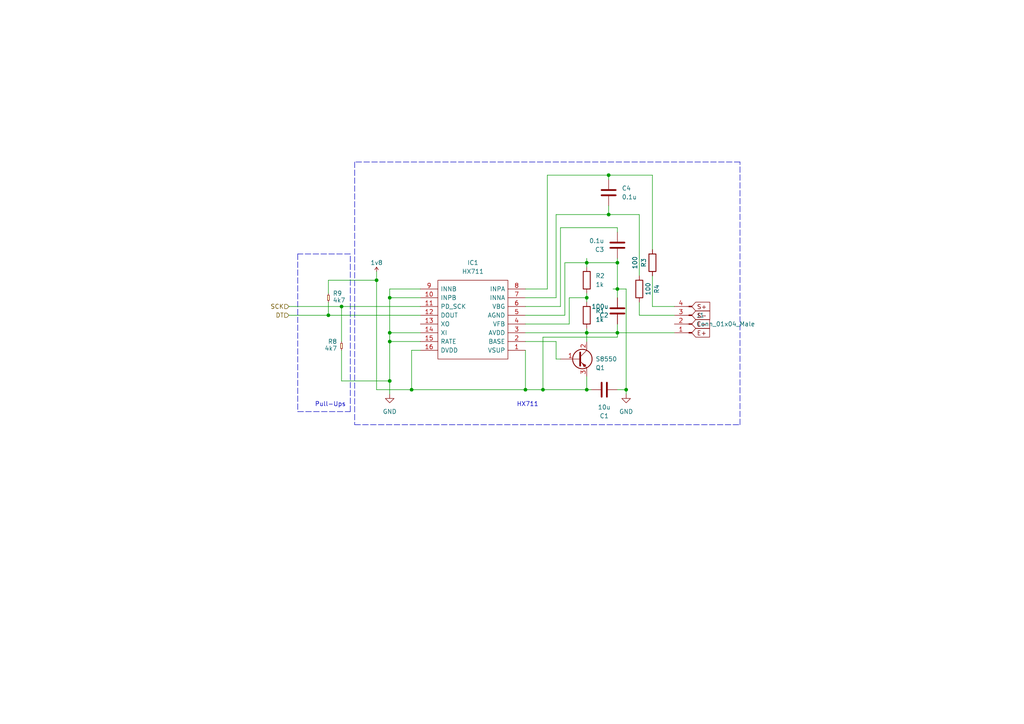
<source format=kicad_sch>
(kicad_sch (version 20211123) (generator eeschema)
  (paper "A4")
  (title_block (title "PROJECT ROYALE INSTRUMENTATION") (date "2021-11-26") (rev "2.1") (company "Cambridge University Spaceflight") (comment 1 "Drawn By Henry Franks"))
  (lib_symbols
    (symbol "Connector:Conn_01x04_Male" (pin_names (offset 1.016) hide)
      (property "Reference" "J" (at 0 5.08 0))
      (property "Value" "Conn_01x04_Male" (at 0 -7.62 0))
      (symbol "Conn_01x04_Male_1_1"
        (polyline (pts (xy 1.27 -5.08) (xy 0.8636 -5.08)) (stroke (width 0.1524)))
        (polyline (pts (xy 1.27 -2.54) (xy 0.8636 -2.54)) (stroke (width 0.1524)))
        (polyline (pts (xy 1.27 0) (xy 0.8636 0)) (stroke (width 0.1524)))
        (polyline (pts (xy 1.27 2.54) (xy 0.8636 2.54)) (stroke (width 0.1524)))
        (rectangle (start 0.8636 -4.953) (end 0 -5.207) (stroke (width 0.1524)) (fill (type outline)))
        (rectangle (start 0.8636 -2.413) (end 0 -2.667) (stroke (width 0.1524)) (fill (type outline)))
        (rectangle (start 0.8636 0.127) (end 0 -0.127) (stroke (width 0.1524)) (fill (type outline)))
        (rectangle (start 0.8636 2.667) (end 0 2.413) (stroke (width 0.1524)) (fill (type outline)))
        (pin passive line (at 5.08 2.54 180) (length 3.81) (name "Pin_1") (number "1"))
        (pin passive line (at 5.08 0 180) (length 3.81) (name "Pin_2") (number "2"))
        (pin passive line (at 5.08 -2.54 180) (length 3.81) (name "Pin_3") (number "3"))
        (pin passive line (at 5.08 -5.08 180) (length 3.81) (name "Pin_4") (number "4"))
      )
    )
    (symbol "Device:C" (pin_numbers hide) (pin_names (offset 0.254))
      (property "Reference" "C" (at 0.635 2.54 0))
      (property "Value" "C" (at 0.635 -2.54 0))
      (symbol "C_0_1"
        (polyline (pts (xy -2.032 -0.762) (xy 2.032 -0.762)) (stroke (width 0.508)))
        (polyline (pts (xy -2.032 0.762) (xy 2.032 0.762)) (stroke (width 0.508)))
      )
      (symbol "C_1_1"
        (pin passive line (at 0 3.81 270) (length 2.794) (name "~") (number "1"))
        (pin passive line (at 0 -3.81 90) (length 2.794) (name "~") (number "2"))
      )
    )
    (symbol "Device:Q_PNP_BCE" (pin_names (offset 0) hide)
      (property "Reference" "Q" (at 5.08 1.27 0))
      (property "Value" "Q_PNP_BCE" (at 5.08 -1.27 0))
      (symbol "Q_PNP_BCE_0_1"
        (polyline (pts (xy 0.635 0.635) (xy 2.54 2.54)))
        (polyline (pts (xy 0.635 -0.635) (xy 2.54 -2.54) (xy 2.54 -2.54)))
        (polyline (pts (xy 0.635 1.905) (xy 0.635 -1.905) (xy 0.635 -1.905)) (stroke (width 0.508)))
        (polyline (pts (xy 2.286 -1.778) (xy 1.778 -2.286) (xy 1.27 -1.27) (xy 2.286 -1.778) (xy 2.286 -1.778)) (fill (type outline)))
        (circle (center 1.27 0) (radius 2.8194) (stroke (width 0.254)))
      )
      (symbol "Q_PNP_BCE_1_1"
        (pin input line (at -5.08 0 0) (length 5.715) (name "B") (number "1"))
        (pin passive line (at 2.54 5.08 270) (length 2.54) (name "C") (number "2"))
        (pin passive line (at 2.54 -5.08 90) (length 2.54) (name "E") (number "3"))
      )
    )
    (symbol "Device:R" (pin_numbers hide) (pin_names (offset 0))
      (property "Reference" "R" (at 2.032 0 90))
      (property "Value" "R" (at 0 0 90))
      (symbol "R_0_1"
        (rectangle (start -1.016 -2.54) (end 1.016 2.54) (stroke (width 0.254)))
      )
      (symbol "R_1_1"
        (pin passive line (at 0 3.81 270) (length 1.27) (name "~") (number "1"))
        (pin passive line (at 0 -3.81 90) (length 1.27) (name "~") (number "2"))
      )
    )
    (symbol "power:GND" (power) (pin_names (offset 0))
      (property "Value" "GND" (at 0 -3.81 0))
      (symbol "GND_0_1"
        (polyline (pts (xy 0 0) (xy 0 -1.27) (xy 1.27 -1.27) (xy 0 -2.54) (xy -1.27 -1.27) (xy 0 -1.27)))
      )
      (symbol "GND_1_1"
        (pin power_in line (at 0 0 270) (length 0) hide (name "GND") (number "1"))
      )
    )
    (symbol "royale:5v" (power) (pin_numbers hide) (pin_names (offset 1.016) hide)
      (property "Value" "5v" (at 0 2.286 0))
      (symbol "5v_0_1"
        (polyline (pts (xy 0 1.27) (xy 0.508 0.508)))
        (polyline (pts (xy 0 0) (xy 0 1.27) (xy -0.508 0.508)))
      )
      (symbol "5v_1_1"
        (pin power_in line (at 0 0 180) (length 0) hide (name "1v8") (number "1"))
      )
    )
    (symbol "royale:HX711" (pin_names (offset 0.762))
      (property "Reference" "IC" (at 26.67 7.62 0))
      (property "Value" "HX711" (at 26.67 5.08 0))
      (symbol "HX711_0_0"
        (pin passive line (at 0 0 0) (length 5.08) (name "VSUP") (number "1"))
        (pin passive line (at 30.48 -15.24 180) (length 5.08) (name "INPB") (number "10"))
        (pin passive line (at 30.48 -12.7 180) (length 5.08) (name "PD_SCK") (number "11"))
        (pin passive line (at 30.48 -10.16 180) (length 5.08) (name "DOUT") (number "12"))
        (pin passive line (at 30.48 -7.62 180) (length 5.08) (name "XO") (number "13"))
        (pin passive line (at 30.48 -5.08 180) (length 5.08) (name "XI") (number "14"))
        (pin passive line (at 30.48 -2.54 180) (length 5.08) (name "RATE") (number "15"))
        (pin passive line (at 30.48 0 180) (length 5.08) (name "DVDD") (number "16"))
        (pin passive line (at 0 -2.54 0) (length 5.08) (name "BASE") (number "2"))
        (pin passive line (at 0 -5.08 0) (length 5.08) (name "AVDD") (number "3"))
        (pin passive line (at 0 -7.62 0) (length 5.08) (name "VFB") (number "4"))
        (pin passive line (at 0 -10.16 0) (length 5.08) (name "AGND") (number "5"))
        (pin passive line (at 0 -12.7 0) (length 5.08) (name "VBG") (number "6"))
        (pin passive line (at 0 -15.24 0) (length 5.08) (name "INNA") (number "7"))
        (pin passive line (at 0 -17.78 0) (length 5.08) (name "INPA") (number "8"))
        (pin passive line (at 30.48 -17.78 180) (length 5.08) (name "INNB") (number "9"))
      )
      (symbol "HX711_0_1"
        (polyline (pts (xy 5.08 2.54) (xy 25.4 2.54) (xy 25.4 -20.32) (xy 5.08 -20.32) (xy 5.08 2.54)) (stroke (width 0.1524)))
      )
    )
    (symbol "royale:R" (pin_numbers hide) (pin_names (offset 1.016) hide)
      (property "Reference" "R" (at 1.27 1.27 0))
      (property "Value" "R" (at 1.27 -1.27 0))
      (symbol "R_0_1"
        (rectangle (start 0.508 0.254) (end 2.032 -0.254) (fill (type background)))
      )
      (symbol "R_1_1"
        (pin passive line (at 0 0 0) (length 0.508) (name "~") (number "1"))
        (pin passive line (at 2.54 0 180) (length 0.508) (name "~") (number "2"))
      )
    )
  )
  (junction (at 176.53 50.8))
  (junction (at 113.03 96.52))
  (junction (at 119.38 113.03))
  (junction (at 170.18 96.52))
  (junction (at 113.03 110.49))
  (junction (at 95.25 91.44))
  (junction (at 179.07 83.82))
  (junction (at 152.4 113.03))
  (junction (at 170.18 113.03))
  (junction (at 179.07 76.2))
  (junction (at 99.06 88.9))
  (junction (at 109.22 81.28))
  (junction (at 170.18 76.2))
  (junction (at 113.03 99.06))
  (junction (at 176.53 62.23))
  (junction (at 157.48 113.03))
  (junction (at 179.07 96.52))
  (junction (at 181.61 113.03))
  (junction (at 170.18 86.36))
  (junction (at 113.03 86.36))
  (wire (pts (xy 158.75 83.82) (xy 152.4 83.82)))
  (wire (pts (xy 181.61 83.82) (xy 181.61 113.03)))
  (wire (pts (xy 162.56 104.14) (xy 161.29 104.14)))
  (wire (pts (xy 158.75 50.8) (xy 158.75 83.82)))
  (wire (pts (xy 176.53 50.8) (xy 158.75 50.8)))
  (wire (pts (xy 185.42 80.01) (xy 185.42 62.23)))
  (wire (pts (xy 170.18 86.36) (xy 170.18 87.63)))
  (wire (pts (xy 161.29 104.14) (xy 161.29 99.06)))
  (polyline (pts (xy 86.36 73.66) (xy 86.36 119.38)))
  (wire (pts (xy 170.18 86.36) (xy 165.1 86.36)))
  (wire (pts (xy 179.07 76.2) (xy 170.18 76.2)))
  (wire (pts (xy 99.06 88.9) (xy 99.06 99.06)))
  (wire (pts (xy 185.42 91.44) (xy 195.58 91.44)))
  (wire (pts (xy 179.07 97.79) (xy 157.48 97.79)))
  (wire (pts (xy 170.18 85.09) (xy 170.18 86.36)))
  (wire (pts (xy 113.03 86.36) (xy 113.03 83.82)))
  (wire (pts (xy 161.29 86.36) (xy 152.4 86.36)))
  (wire (pts (xy 95.25 91.44) (xy 121.92 91.44)))
  (wire (pts (xy 99.06 110.49) (xy 113.03 110.49)))
  (wire (pts (xy 179.07 96.52) (xy 179.07 93.98)))
  (wire (pts (xy 113.03 99.06) (xy 113.03 110.49)))
  (wire (pts (xy 185.42 62.23) (xy 176.53 62.23)))
  (wire (pts (xy 170.18 74.93) (xy 170.18 76.2)))
  (wire (pts (xy 95.25 81.28) (xy 109.22 81.28)))
  (polyline (pts (xy 86.36 119.38) (xy 101.6 119.38)))
  (wire (pts (xy 165.1 93.98) (xy 152.4 93.98)))
  (wire (pts (xy 179.07 86.36) (xy 179.07 83.82)))
  (polyline (pts (xy 214.63 123.19) (xy 214.63 46.99)))
  (wire (pts (xy 170.18 113.03) (xy 170.18 109.22)))
  (wire (pts (xy 170.18 99.06) (xy 170.18 96.52)))
  (wire (pts (xy 113.03 96.52) (xy 113.03 86.36)))
  (wire (pts (xy 189.23 88.9) (xy 195.58 88.9)))
  (wire (pts (xy 113.03 99.06) (xy 113.03 96.52)))
  (wire (pts (xy 179.07 83.82) (xy 179.07 76.2)))
  (wire (pts (xy 171.45 113.03) (xy 170.18 113.03)))
  (wire (pts (xy 161.29 62.23) (xy 161.29 86.36)))
  (wire (pts (xy 83.82 91.44) (xy 95.25 91.44)))
  (wire (pts (xy 99.06 101.6) (xy 99.06 110.49)))
  (wire (pts (xy 157.48 113.03) (xy 152.4 113.03)))
  (wire (pts (xy 162.56 66.04) (xy 162.56 88.9)))
  (wire (pts (xy 170.18 95.25) (xy 170.18 96.52)))
  (wire (pts (xy 163.83 91.44) (xy 152.4 91.44)))
  (wire (pts (xy 121.92 83.82) (xy 113.03 83.82)))
  (wire (pts (xy 109.22 78.74) (xy 109.22 81.28)))
  (wire (pts (xy 152.4 96.52) (xy 170.18 96.52)))
  (wire (pts (xy 119.38 101.6) (xy 119.38 113.03)))
  (wire (pts (xy 83.82 88.9) (xy 99.06 88.9)))
  (wire (pts (xy 181.61 113.03) (xy 179.07 113.03)))
  (polyline (pts (xy 101.6 119.38) (xy 101.6 73.66)))
  (polyline (pts (xy 102.87 123.19) (xy 214.63 123.19)))
  (wire (pts (xy 165.1 86.36) (xy 165.1 93.98)))
  (wire (pts (xy 189.23 50.8) (xy 176.53 50.8)))
  (wire (pts (xy 181.61 83.82) (xy 179.07 83.82)))
  (wire (pts (xy 95.25 81.28) (xy 95.25 85.09)))
  (wire (pts (xy 121.92 96.52) (xy 113.03 96.52)))
  (wire (pts (xy 179.07 96.52) (xy 179.07 97.79)))
  (wire (pts (xy 170.18 76.2) (xy 163.83 76.2)))
  (wire (pts (xy 121.92 86.36) (xy 113.03 86.36)))
  (wire (pts (xy 113.03 110.49) (xy 113.03 114.3)))
  (polyline (pts (xy 101.6 73.66) (xy 86.36 73.66)))
  (wire (pts (xy 162.56 88.9) (xy 152.4 88.9)))
  (wire (pts (xy 179.07 66.04) (xy 162.56 66.04)))
  (wire (pts (xy 176.53 62.23) (xy 176.53 59.69)))
  (wire (pts (xy 109.22 113.03) (xy 119.38 113.03)))
  (wire (pts (xy 179.07 96.52) (xy 195.58 96.52)))
  (wire (pts (xy 161.29 99.06) (xy 152.4 99.06)))
  (wire (pts (xy 179.07 67.31) (xy 179.07 66.04)))
  (polyline (pts (xy 102.87 46.99) (xy 102.87 123.19)))
  (wire (pts (xy 176.53 62.23) (xy 161.29 62.23)))
  (wire (pts (xy 121.92 101.6) (xy 119.38 101.6)))
  (wire (pts (xy 95.25 87.63) (xy 95.25 91.44)))
  (wire (pts (xy 176.53 52.07) (xy 176.53 50.8)))
  (wire (pts (xy 189.23 88.9) (xy 189.23 80.01)))
  (wire (pts (xy 121.92 99.06) (xy 113.03 99.06)))
  (wire (pts (xy 179.07 76.2) (xy 179.07 74.93)))
  (wire (pts (xy 179.07 83.82) (xy 177.8 83.82)))
  (wire (pts (xy 170.18 76.2) (xy 170.18 77.47)))
  (wire (pts (xy 189.23 72.39) (xy 189.23 50.8)))
  (wire (pts (xy 99.06 88.9) (xy 121.92 88.9)))
  (wire (pts (xy 170.18 113.03) (xy 157.48 113.03)))
  (wire (pts (xy 157.48 97.79) (xy 157.48 113.03)))
  (polyline (pts (xy 214.63 46.99) (xy 102.87 46.99)))
  (wire (pts (xy 179.07 96.52) (xy 170.18 96.52)))
  (wire (pts (xy 152.4 113.03) (xy 119.38 113.03)))
  (wire (pts (xy 152.4 113.03) (xy 152.4 101.6)))
  (wire (pts (xy 109.22 81.28) (xy 109.22 113.03)))
  (wire (pts (xy 181.61 114.3) (xy 181.61 113.03)))
  (wire (pts (xy 163.83 76.2) (xy 163.83 91.44)))
  (wire (pts (xy 185.42 91.44) (xy 185.42 87.63)))
  (text "HX711" (at 156.21 118.11 180) (effects (font (size 1.27 1.27)) (justify right bottom)))
  (text "Pull-Ups" (at 100.33 118.11 180) (effects (font (size 1.27 1.27)) (justify right bottom)))
  (global_label "E+" (shape input) (at 200.66 96.52 0) (property "Intersheet References" "${INTERSHEET_REFS}" (effects hide)))
  (global_label "S-" (shape input) (at 200.66 91.44 0) (property "Intersheet References" "${INTERSHEET_REFS}" (effects hide)))
  (global_label "E-" (shape input) (at 200.66 93.98 0) (property "Intersheet References" "${INTERSHEET_REFS}" (effects hide)))
  (global_label "S+" (shape input) (at 200.66 88.9 0) (property "Intersheet References" "${INTERSHEET_REFS}" (effects hide)))
  (hierarchical_label "SCK" (shape input) (at 83.82 88.9 180))
  (hierarchical_label "DT" (shape input) (at 83.82 91.44 180))
  (symbol (lib_id "royale:5v") (at 109.22 78.74 0) (unit 1)
    (property "Reference" "#PWR034" (effects hide))
    (property "Value" "5v" (at 109.22 76.2 0))
  )
  (symbol (lib_id "royale:R") (at 95.25 85.09 270) (unit 1)
    (property "Reference" "R9" (at 96.52 85.09 90) (effects (justify left)))
    (property "Value" "4k7" (at 96.52 86.36 90) (effects (justify left top)))
    (property "Footprint" "royale:R_0402_1005Metric_Pad0.72x0.64mm_HandSolder" (effects hide))
  )
  (symbol (lib_id "royale:R") (at 99.06 99.06 90) (mirror x) (unit 1)
    (property "Reference" "R8" (at 97.79 99.06 90) (effects (justify left)))
    (property "Value" "4k7" (at 97.79 100.33 90) (effects (justify left top)))
    (property "Footprint" "royale:R_0402_1005Metric_Pad0.72x0.64mm_HandSolder" (effects hide))
  )
  (symbol (lib_id "Device:C") (at 179.07 90.17 180) (unit 1)
    (property "Reference" "C2" (at 176.53 91.44 0) (effects (justify left)))
    (property "Value" "100u" (at 176.53 88.9 0) (effects (justify left)))
    (property "Footprint" "royale:C_0402_1005Metric_Pad0.74x0.62mm_HandSolder" (effects hide))
  )
  (symbol (lib_id "Device:C") (at 179.07 71.12 180) (unit 1)
    (property "Reference" "C3" (at 175.26 72.3901 0) (effects (justify left)))
    (property "Value" "0.1u" (at 175.26 69.8501 0) (effects (justify left)))
    (property "Footprint" "royale:C_0402_1005Metric_Pad0.74x0.62mm_HandSolder" (effects hide))
  )
  (symbol (lib_id "power:GND") (at 113.03 114.3 0) (unit 1)
    (property "Reference" "#PWR0101" (effects hide))
    (property "Value" "GND" (at 113.03 119.38 0))
  )
  (symbol (lib_id "Connector:Conn_01x04_Male") (at 200.66 93.98 180) (unit 1)
    (property "Reference" "J1" (at 201.93 91.4399 0) (effects (justify right)))
    (property "Value" "Conn_01x04_Male" (at 201.93 93.9799 0) (effects (justify right)))
  )
  (symbol (lib_id "power:GND") (at 181.61 114.3 0) (unit 1)
    (property "Reference" "#PWR0102" (effects hide))
    (property "Value" "GND" (at 181.61 119.38 0))
  )
  (symbol (lib_id "Device:R") (at 189.23 76.2 0) (unit 1)
    (property "Reference" "R3" (at 186.69 76.2 90))
    (property "Value" "100" (at 184.15 76.2 90))
    (property "Footprint" "royale:R_0402_1005Metric_Pad0.72x0.64mm_HandSolder" (effects hide))
  )
  (symbol (lib_id "royale:HX711") (at 152.4 101.6 180) (unit 1)
    (property "Reference" "IC1" (at 137.16 76.2 0))
    (property "Value" "HX711" (at 137.16 78.74 0))
    (property "Footprint" "hx711:SOIC127P600X160-16N" (effects hide))
    (property "Datasheet" "https://cdn.sparkfun.com/datasheets/Sensors/ForceFlex/hx711_english.pdf" (effects hide))
    (property "Description" "24-Bit Analog-to-Digital Converter (ADC) for Weigh Scale" (effects hide))
    (property "Height" "1.6" (effects hide))
    (property "Manufacturer_Name" "AVIA Semiconductor" (effects hide))
    (property "Manufacturer_Part_Number" "HX711" (effects hide))
  )
  (symbol (lib_id "Device:Q_PNP_BCE") (at 167.64 104.14 0) (unit 1)
    (property "Reference" "Q1" (at 172.72 106.68 0) (effects (justify left)))
    (property "Value" "S8550" (at 172.72 104.14 0) (effects (justify left)))
    (property "Footprint" "s8850:MJE13001TP" (effects hide))
  )
  (symbol (lib_id "Device:C") (at 176.53 55.88 180) (unit 1)
    (property "Reference" "C4" (at 180.34 54.6099 0) (effects (justify right)))
    (property "Value" "0.1u" (at 180.34 57.1499 0) (effects (justify right)))
    (property "Footprint" "royale:C_0402_1005Metric_Pad0.74x0.62mm_HandSolder" (effects hide))
  )
  (symbol (lib_id "Device:R") (at 170.18 91.44 180) (unit 1)
    (property "Reference" "R1" (at 172.72 90.1699 0) (effects (justify right)))
    (property "Value" "1k" (at 172.72 92.7099 0) (effects (justify right)))
    (property "Footprint" "royale:R_0402_1005Metric_Pad0.72x0.64mm_HandSolder" (effects hide))
  )
  (symbol (lib_id "Device:R") (at 170.18 81.28 180) (unit 1)
    (property "Reference" "R2" (at 172.72 80.0099 0) (effects (justify right)))
    (property "Value" "1k" (at 172.72 82.5499 0) (effects (justify right)))
    (property "Footprint" "royale:R_0402_1005Metric_Pad0.72x0.64mm_HandSolder" (effects hide))
  )
  (symbol (lib_id "Device:R") (at 185.42 83.82 0) (unit 1)
    (property "Reference" "R4" (at 190.5 83.82 90))
    (property "Value" "100" (at 187.96 83.82 90))
    (property "Footprint" "royale:R_0402_1005Metric_Pad0.72x0.64mm_HandSolder" (effects hide))
  )
  (symbol (lib_id "Device:C") (at 175.26 113.03 270) (unit 1)
    (property "Reference" "C1" (at 175.26 120.65 90))
    (property "Value" "10u" (at 175.26 118.11 90))
    (property "Footprint" "royale:C_0402_1005Metric_Pad0.74x0.62mm_HandSolder" (effects hide))
  )
)
</source>
